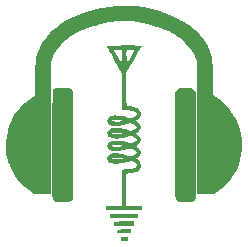
<source format=gbr>
G04 #@! TF.GenerationSoftware,KiCad,Pcbnew,8.0.1*
G04 #@! TF.CreationDate,2025-07-17T23:05:43+02:00*
G04 #@! TF.ProjectId,SDR_PreAmp_Filter_v1.1,5344525f-5072-4654-916d-705f46696c74,rev?*
G04 #@! TF.SameCoordinates,Original*
G04 #@! TF.FileFunction,Legend,Bot*
G04 #@! TF.FilePolarity,Positive*
%FSLAX46Y46*%
G04 Gerber Fmt 4.6, Leading zero omitted, Abs format (unit mm)*
G04 Created by KiCad (PCBNEW 8.0.1) date 2025-07-17 23:05:43*
%MOMM*%
%LPD*%
G01*
G04 APERTURE LIST*
%ADD10C,0.000000*%
%ADD11C,5.600000*%
%ADD12R,1.700000X1.700000*%
%ADD13O,1.700000X1.700000*%
%ADD14C,1.381000*%
%ADD15R,4.200000X1.350000*%
G04 APERTURE END LIST*
D10*
G36*
X127340928Y-138833042D02*
G01*
X127340928Y-138990806D01*
X127036669Y-138990806D01*
X126732410Y-138990806D01*
X126732410Y-138833042D01*
X126732410Y-138675278D01*
X127036669Y-138675278D01*
X127340928Y-138675278D01*
X127340928Y-138833042D01*
G37*
G36*
X127904371Y-137503317D02*
G01*
X127904371Y-137684148D01*
X127031034Y-137678249D01*
X126157698Y-137672349D01*
X126157698Y-137503317D01*
X126157698Y-137334284D01*
X127031034Y-137328385D01*
X127904371Y-137322486D01*
X127904371Y-137503317D01*
G37*
G36*
X127589039Y-138049462D02*
G01*
X127589929Y-138073443D01*
X127595148Y-138140522D01*
X127603447Y-138218889D01*
X127617659Y-138337212D01*
X127038821Y-138337212D01*
X126459982Y-138337212D01*
X126466604Y-138173813D01*
X126473226Y-138010415D01*
X127031034Y-138004387D01*
X127588843Y-137998359D01*
X127589039Y-138049462D01*
G37*
G36*
X128215482Y-136813393D02*
G01*
X128217257Y-136872053D01*
X128215814Y-136938732D01*
X128210477Y-136976994D01*
X128209900Y-136978143D01*
X128199002Y-136984945D01*
X128173316Y-136990576D01*
X128129476Y-136995107D01*
X128064119Y-136998611D01*
X127973879Y-137001158D01*
X127855391Y-137002821D01*
X127705291Y-137003671D01*
X127520212Y-137003779D01*
X127296792Y-137003216D01*
X127031664Y-137002056D01*
X125864708Y-136996218D01*
X125864708Y-136838454D01*
X125864708Y-136680690D01*
X127036669Y-136680690D01*
X128208630Y-136680690D01*
X128215482Y-136813393D01*
G37*
G36*
X132498468Y-126032746D02*
G01*
X132594087Y-126034786D01*
X132664467Y-126038864D01*
X132716585Y-126045638D01*
X132757420Y-126055765D01*
X132793951Y-126069904D01*
X132833156Y-126088712D01*
X132949138Y-126169451D01*
X133037517Y-126279154D01*
X133089546Y-126407649D01*
X133089576Y-126407782D01*
X133091648Y-126439666D01*
X133093653Y-126514535D01*
X133095581Y-126630329D01*
X133097424Y-126784987D01*
X133099173Y-126976450D01*
X133100817Y-127202656D01*
X133102349Y-127461545D01*
X133103759Y-127751057D01*
X133105037Y-128069131D01*
X133106176Y-128413706D01*
X133107165Y-128782723D01*
X133107995Y-129174120D01*
X133108658Y-129585837D01*
X133109144Y-130015814D01*
X133109444Y-130461990D01*
X133109549Y-130922305D01*
X133109550Y-131131827D01*
X133109532Y-131640398D01*
X133109474Y-132106522D01*
X133109357Y-132532094D01*
X133109163Y-132919007D01*
X133108875Y-133269153D01*
X133108476Y-133584428D01*
X133107949Y-133866723D01*
X133107274Y-134117933D01*
X133106436Y-134339951D01*
X133105415Y-134534670D01*
X133104196Y-134703984D01*
X133102760Y-134849785D01*
X133101089Y-134973969D01*
X133099167Y-135078428D01*
X133096976Y-135165055D01*
X133094497Y-135235743D01*
X133091714Y-135292388D01*
X133088609Y-135336881D01*
X133085164Y-135371116D01*
X133081362Y-135396986D01*
X133077185Y-135416386D01*
X133072616Y-135431208D01*
X133067638Y-135443346D01*
X133020663Y-135520266D01*
X132926513Y-135603078D01*
X132803033Y-135653406D01*
X132788246Y-135655991D01*
X132724154Y-135661557D01*
X132626142Y-135666010D01*
X132502087Y-135669126D01*
X132359865Y-135670679D01*
X132207354Y-135670444D01*
X131698536Y-135666493D01*
X131606294Y-135605401D01*
X131584996Y-135590335D01*
X131511328Y-135527292D01*
X131450703Y-135461256D01*
X131432220Y-135435976D01*
X131411064Y-135399426D01*
X131396542Y-135356678D01*
X131386572Y-135298020D01*
X131379070Y-135213742D01*
X131371953Y-135094131D01*
X131370328Y-135053597D01*
X131368090Y-134959871D01*
X131366024Y-134827807D01*
X131364130Y-134660097D01*
X131362405Y-134459430D01*
X131360847Y-134228498D01*
X131359456Y-133969992D01*
X131358230Y-133686602D01*
X131357168Y-133381018D01*
X131356267Y-133055932D01*
X131355527Y-132714035D01*
X131354946Y-132358017D01*
X131354522Y-131990568D01*
X131354254Y-131614381D01*
X131354141Y-131232144D01*
X131354181Y-130846550D01*
X131354372Y-130460288D01*
X131354713Y-130076050D01*
X131355202Y-129696526D01*
X131355839Y-129324407D01*
X131356621Y-128962383D01*
X131357547Y-128613146D01*
X131358615Y-128279387D01*
X131359824Y-127963795D01*
X131361173Y-127669062D01*
X131362660Y-127397878D01*
X131364283Y-127152934D01*
X131366041Y-126936921D01*
X131367932Y-126752530D01*
X131369956Y-126602451D01*
X131372110Y-126489375D01*
X131374393Y-126415993D01*
X131376804Y-126384996D01*
X131409827Y-126309639D01*
X131477886Y-126215717D01*
X131564552Y-126132271D01*
X131656899Y-126073670D01*
X131684148Y-126062607D01*
X131724198Y-126051439D01*
X131775893Y-126043349D01*
X131845917Y-126037854D01*
X131940956Y-126034472D01*
X132067696Y-126032720D01*
X132232820Y-126032117D01*
X132370630Y-126032086D01*
X132498468Y-126032746D01*
G37*
G36*
X121676007Y-126057063D02*
G01*
X121867192Y-126058866D01*
X121952130Y-126059704D01*
X122125979Y-126061589D01*
X122262093Y-126063643D01*
X122365651Y-126066292D01*
X122441830Y-126069961D01*
X122495809Y-126075075D01*
X122532764Y-126082059D01*
X122557875Y-126091338D01*
X122576318Y-126103338D01*
X122593273Y-126118484D01*
X122606230Y-126132536D01*
X122647368Y-126201138D01*
X122677456Y-126287181D01*
X122680663Y-126308790D01*
X122683864Y-126350478D01*
X122686800Y-126412714D01*
X122689482Y-126497030D01*
X122691918Y-126604959D01*
X122694117Y-126738034D01*
X122696090Y-126897788D01*
X122697846Y-127085755D01*
X122699394Y-127303467D01*
X122700743Y-127552457D01*
X122701903Y-127834259D01*
X122702884Y-128150404D01*
X122703694Y-128502427D01*
X122704343Y-128891861D01*
X122704841Y-129320237D01*
X122705197Y-129789090D01*
X122705421Y-130299952D01*
X122705521Y-130854356D01*
X122705540Y-131211711D01*
X122705530Y-131710855D01*
X122705460Y-132168055D01*
X122705315Y-132585188D01*
X122705079Y-132964133D01*
X122704736Y-133306767D01*
X122704269Y-133614969D01*
X122703664Y-133890616D01*
X122702904Y-134135586D01*
X122701973Y-134351757D01*
X122700856Y-134541007D01*
X122699536Y-134705215D01*
X122697999Y-134846257D01*
X122696226Y-134966011D01*
X122694204Y-135066357D01*
X122691916Y-135149171D01*
X122689346Y-135216331D01*
X122686479Y-135269716D01*
X122683298Y-135311203D01*
X122679787Y-135342670D01*
X122675931Y-135365996D01*
X122671714Y-135383057D01*
X122667120Y-135395733D01*
X122629911Y-135468689D01*
X122549254Y-135565656D01*
X122438976Y-135635931D01*
X122420263Y-135644202D01*
X122386528Y-135655656D01*
X122345200Y-135664034D01*
X122290034Y-135669698D01*
X122214785Y-135673006D01*
X122113205Y-135674319D01*
X121979051Y-135673997D01*
X121806077Y-135672399D01*
X121263328Y-135666493D01*
X121154524Y-135598880D01*
X121153330Y-135598136D01*
X121062034Y-135525100D01*
X120999748Y-135442358D01*
X120997102Y-135437195D01*
X120991920Y-135426125D01*
X120987173Y-135413078D01*
X120982844Y-135396182D01*
X120978917Y-135373562D01*
X120975376Y-135343344D01*
X120972204Y-135303655D01*
X120969385Y-135252620D01*
X120966904Y-135188367D01*
X120964743Y-135109020D01*
X120962886Y-135012706D01*
X120961317Y-134897551D01*
X120960021Y-134761682D01*
X120958980Y-134603223D01*
X120958178Y-134420302D01*
X120957599Y-134211045D01*
X120957227Y-133973577D01*
X120957046Y-133706025D01*
X120957039Y-133406515D01*
X120957190Y-133073173D01*
X120957482Y-132704125D01*
X120957900Y-132297497D01*
X120958428Y-131851416D01*
X120959048Y-131364006D01*
X120959745Y-130833396D01*
X120960381Y-130319498D01*
X120960939Y-129822248D01*
X120961447Y-129366490D01*
X120961965Y-128950389D01*
X120962556Y-128572109D01*
X120963283Y-128229815D01*
X120964206Y-127921671D01*
X120965389Y-127645844D01*
X120966892Y-127400497D01*
X120968779Y-127183795D01*
X120971111Y-126993903D01*
X120973951Y-126828986D01*
X120977359Y-126687208D01*
X120981400Y-126566735D01*
X120986133Y-126465730D01*
X120991622Y-126382360D01*
X120997928Y-126314788D01*
X121005113Y-126261179D01*
X121013241Y-126219699D01*
X121022371Y-126188511D01*
X121032567Y-126165781D01*
X121043891Y-126149673D01*
X121056405Y-126138353D01*
X121070170Y-126129985D01*
X121085248Y-126122733D01*
X121101703Y-126114763D01*
X121119595Y-126104239D01*
X121129123Y-126097936D01*
X121151733Y-126084430D01*
X121176748Y-126073970D01*
X121209501Y-126066233D01*
X121255325Y-126060895D01*
X121319554Y-126057633D01*
X121407521Y-126056123D01*
X121524561Y-126056041D01*
X121676007Y-126057063D01*
G37*
G36*
X127091175Y-119048570D02*
G01*
X127332904Y-119054073D01*
X127571018Y-119063211D01*
X127795505Y-119075741D01*
X127996354Y-119091425D01*
X128163554Y-119110021D01*
X128752617Y-119207570D01*
X129403116Y-119356952D01*
X130050304Y-119549948D01*
X130696833Y-119787266D01*
X130913125Y-119876223D01*
X131246599Y-120021614D01*
X131569160Y-120171997D01*
X131872610Y-120323369D01*
X132148748Y-120471732D01*
X132389375Y-120613083D01*
X132514079Y-120694624D01*
X132757941Y-120875616D01*
X133005091Y-121084781D01*
X133246106Y-121313441D01*
X133471563Y-121552918D01*
X133672040Y-121794532D01*
X133806446Y-121980547D01*
X133953750Y-122210810D01*
X134091044Y-122452493D01*
X134212679Y-122694960D01*
X134313007Y-122927575D01*
X134386380Y-123139701D01*
X134392096Y-123159201D01*
X134416268Y-123241308D01*
X134437075Y-123313562D01*
X134454787Y-123379887D01*
X134469674Y-123444206D01*
X134482007Y-123510442D01*
X134492056Y-123582519D01*
X134500091Y-123664360D01*
X134506384Y-123759888D01*
X134511204Y-123873027D01*
X134514821Y-124007699D01*
X134517507Y-124167829D01*
X134519531Y-124357338D01*
X134521164Y-124580152D01*
X134522676Y-124840192D01*
X134524338Y-125141382D01*
X134532877Y-126651409D01*
X134781084Y-126805906D01*
X135038984Y-126979102D01*
X135373990Y-127243636D01*
X135684781Y-127535467D01*
X135961474Y-127845889D01*
X136017317Y-127916205D01*
X136282625Y-128291823D01*
X136507912Y-128684686D01*
X136693125Y-129091975D01*
X136838213Y-129510876D01*
X136943124Y-129938571D01*
X137007803Y-130372245D01*
X137032199Y-130809080D01*
X137016262Y-131246261D01*
X136959937Y-131680971D01*
X136863171Y-132110393D01*
X136725914Y-132531712D01*
X136548112Y-132942110D01*
X136329713Y-133338772D01*
X136070665Y-133718881D01*
X136070584Y-133718987D01*
X135820898Y-134023449D01*
X135546350Y-134305234D01*
X135240255Y-134570643D01*
X134895929Y-134825977D01*
X134676953Y-134977120D01*
X133951113Y-134978107D01*
X133225274Y-134979093D01*
X133217827Y-129406644D01*
X133210381Y-123834195D01*
X133161754Y-123676431D01*
X133139051Y-123605302D01*
X133045238Y-123355770D01*
X132932012Y-123120359D01*
X132795087Y-122892435D01*
X132630173Y-122665362D01*
X132432983Y-122432508D01*
X132199229Y-122187238D01*
X132158207Y-122146406D01*
X131975639Y-121971328D01*
X131802207Y-121818163D01*
X131631285Y-121682867D01*
X131456253Y-121561394D01*
X131270485Y-121449701D01*
X131067361Y-121343743D01*
X130840257Y-121239474D01*
X130582549Y-121132851D01*
X130287615Y-121019829D01*
X129937340Y-120893631D01*
X129476320Y-120742377D01*
X129039143Y-120617862D01*
X128619568Y-120518822D01*
X128211354Y-120443992D01*
X127808259Y-120392108D01*
X127404041Y-120361905D01*
X126992461Y-120352119D01*
X126912887Y-120352453D01*
X126606443Y-120360818D01*
X126310883Y-120381467D01*
X126015873Y-120415783D01*
X125711080Y-120465148D01*
X125386171Y-120530945D01*
X125030813Y-120614556D01*
X124980661Y-120627336D01*
X124798266Y-120677800D01*
X124592036Y-120739868D01*
X124369443Y-120810905D01*
X124137958Y-120888275D01*
X123905055Y-120969340D01*
X123678206Y-121051465D01*
X123464882Y-121132013D01*
X123272556Y-121208348D01*
X123108701Y-121277834D01*
X122980788Y-121337834D01*
X122684150Y-121506982D01*
X122377674Y-121720372D01*
X122076037Y-121969020D01*
X121785382Y-122248250D01*
X121683789Y-122355824D01*
X121457607Y-122618229D01*
X121268903Y-122875340D01*
X121113816Y-123133310D01*
X120988485Y-123398290D01*
X120889051Y-123676431D01*
X120840763Y-123834195D01*
X120832993Y-129406644D01*
X120825222Y-134979093D01*
X120107636Y-134979093D01*
X119390049Y-134979093D01*
X119190378Y-134847603D01*
X118967130Y-134691916D01*
X118605220Y-134397632D01*
X118276618Y-134073870D01*
X117982536Y-133722001D01*
X117724188Y-133343397D01*
X117502787Y-132939430D01*
X117438332Y-132803073D01*
X117329415Y-132546496D01*
X117240901Y-132294870D01*
X117165886Y-132029552D01*
X117144391Y-131941237D01*
X117061874Y-131491020D01*
X117023109Y-131039483D01*
X117027246Y-130589567D01*
X117073434Y-130144212D01*
X117160826Y-129706358D01*
X117288571Y-129278947D01*
X117455819Y-128864918D01*
X117661723Y-128467211D01*
X117905431Y-128088769D01*
X118186094Y-127732530D01*
X118502864Y-127401436D01*
X118619574Y-127294647D01*
X118787209Y-127152293D01*
X118960596Y-127015897D01*
X119130664Y-126892261D01*
X119288341Y-126788184D01*
X119424557Y-126710467D01*
X119520342Y-126661762D01*
X119520342Y-125266512D01*
X119520344Y-125243423D01*
X119520819Y-124936894D01*
X119522096Y-124657525D01*
X119524135Y-124407874D01*
X119526898Y-124190501D01*
X119530344Y-124007965D01*
X119534437Y-123862824D01*
X119539135Y-123757638D01*
X119544399Y-123694965D01*
X119572373Y-123523529D01*
X119666473Y-123144996D01*
X119803799Y-122770222D01*
X119983079Y-122401656D01*
X120203039Y-122041745D01*
X120462406Y-121692939D01*
X120759908Y-121357686D01*
X120795532Y-121321095D01*
X121013874Y-121111295D01*
X121242734Y-120917001D01*
X121487783Y-120734468D01*
X121754688Y-120559949D01*
X122049119Y-120389698D01*
X122376745Y-120219969D01*
X122743235Y-120047014D01*
X122975688Y-119943923D01*
X123545197Y-119711998D01*
X124100833Y-119516596D01*
X124648898Y-119355981D01*
X125195693Y-119228422D01*
X125747522Y-119132182D01*
X126310686Y-119065530D01*
X126444402Y-119056266D01*
X126636913Y-119049426D01*
X126855841Y-119046941D01*
X127091175Y-119048570D01*
G37*
G36*
X128294507Y-122846342D02*
G01*
X128225354Y-122973445D01*
X128142450Y-123125510D01*
X128048752Y-123297114D01*
X127947220Y-123482836D01*
X127840813Y-123677252D01*
X127732492Y-123874939D01*
X127228239Y-124794654D01*
X127228239Y-126154471D01*
X127228131Y-126391850D01*
X127227923Y-126642697D01*
X127228000Y-126854451D01*
X127228751Y-127030397D01*
X127230570Y-127173821D01*
X127233846Y-127288005D01*
X127238971Y-127376237D01*
X127246336Y-127441800D01*
X127256333Y-127487979D01*
X127269352Y-127518059D01*
X127285785Y-127535325D01*
X127306024Y-127543062D01*
X127330458Y-127544554D01*
X127359480Y-127543087D01*
X127393481Y-127541945D01*
X127417443Y-127542574D01*
X127533311Y-127555041D01*
X127670963Y-127580650D01*
X127814726Y-127615692D01*
X127948925Y-127656456D01*
X128057889Y-127699231D01*
X128172008Y-127759614D01*
X128296199Y-127852911D01*
X128381081Y-127959999D01*
X128429742Y-128085135D01*
X128445276Y-128232574D01*
X128445166Y-128248064D01*
X128437236Y-128342375D01*
X128412788Y-128422210D01*
X128366235Y-128496897D01*
X128291992Y-128575766D01*
X128184474Y-128668146D01*
X128183952Y-128668569D01*
X128113182Y-128726615D01*
X128072873Y-128763611D01*
X128058501Y-128786851D01*
X128062799Y-128797094D01*
X128065539Y-128803625D01*
X128089461Y-128821228D01*
X128110260Y-128836058D01*
X128175490Y-128890348D01*
X128249213Y-128959381D01*
X128320616Y-129032297D01*
X128378885Y-129098237D01*
X128413205Y-129146341D01*
X128414911Y-129149691D01*
X128437020Y-129227037D01*
X128444154Y-129324873D01*
X128436297Y-129422350D01*
X128413437Y-129498624D01*
X128389518Y-129534301D01*
X128332985Y-129599483D01*
X128258647Y-129673895D01*
X128177030Y-129747164D01*
X128098659Y-129808913D01*
X128033764Y-129855459D01*
X128061420Y-129877187D01*
X128174529Y-129966050D01*
X128208579Y-129993388D01*
X128318754Y-130094764D01*
X128391986Y-130189619D01*
X128432689Y-130284820D01*
X128445276Y-130387231D01*
X128436398Y-130472604D01*
X128392851Y-130586331D01*
X128310436Y-130697737D01*
X128186319Y-130811462D01*
X128181676Y-130815175D01*
X128121306Y-130865082D01*
X128078532Y-130903388D01*
X128062353Y-130922065D01*
X128062406Y-130922142D01*
X128067406Y-130929450D01*
X128098676Y-130962072D01*
X128152165Y-131013411D01*
X128220486Y-131076267D01*
X128253663Y-131106991D01*
X128324347Y-131177469D01*
X128380501Y-131240180D01*
X128412236Y-131284390D01*
X128434622Y-131348491D01*
X128447048Y-131449231D01*
X128440960Y-131551260D01*
X128416123Y-131633494D01*
X128408075Y-131647385D01*
X128356550Y-131714531D01*
X128282273Y-131792559D01*
X128196855Y-131869954D01*
X128111906Y-131935204D01*
X128043505Y-131982024D01*
X128037720Y-131985984D01*
X128134444Y-132047442D01*
X128157651Y-132062911D01*
X128264574Y-132152565D01*
X128355641Y-132257606D01*
X128417445Y-132363079D01*
X128438670Y-132434469D01*
X128449874Y-132556847D01*
X128438622Y-132684440D01*
X128405458Y-132797566D01*
X128363684Y-132875351D01*
X128257812Y-132999146D01*
X128113920Y-133099630D01*
X127932522Y-133176556D01*
X127714128Y-133229673D01*
X127459251Y-133258733D01*
X127228239Y-133273077D01*
X127228239Y-134633183D01*
X127228239Y-135993290D01*
X127870564Y-135993290D01*
X128512889Y-135993290D01*
X128512889Y-136162323D01*
X128512889Y-136331356D01*
X127025400Y-136331356D01*
X125537911Y-136331356D01*
X125537911Y-136162323D01*
X125537911Y-135993290D01*
X126202773Y-135993290D01*
X126867636Y-135993290D01*
X126867636Y-134463034D01*
X126867636Y-132932779D01*
X127177529Y-132917654D01*
X127299280Y-132911008D01*
X127464428Y-132898430D01*
X127596954Y-132882484D01*
X127704544Y-132861892D01*
X127794882Y-132835377D01*
X127875655Y-132801663D01*
X127941452Y-132763779D01*
X128024364Y-132691546D01*
X128078838Y-132610384D01*
X128100160Y-132528198D01*
X128083615Y-132452894D01*
X128067561Y-132430475D01*
X128008230Y-132377955D01*
X127923896Y-132323440D01*
X127826809Y-132274351D01*
X127729216Y-132238114D01*
X127704993Y-132231173D01*
X127661395Y-132220820D01*
X127619713Y-132216848D01*
X127570825Y-132220202D01*
X127505612Y-132231828D01*
X127414954Y-132252671D01*
X127289731Y-132283676D01*
X126970750Y-132355814D01*
X126681710Y-132404459D01*
X126428195Y-132428018D01*
X126209264Y-132426534D01*
X126023974Y-132400052D01*
X125871383Y-132348613D01*
X125767451Y-132291340D01*
X125683026Y-132217203D01*
X125633040Y-132128339D01*
X125611773Y-132017449D01*
X125612238Y-131988497D01*
X125968416Y-131988497D01*
X125987347Y-132020259D01*
X126049269Y-132047626D01*
X126072605Y-132053080D01*
X126152396Y-132063488D01*
X126252779Y-132068541D01*
X126366458Y-132068787D01*
X126486135Y-132064776D01*
X126604516Y-132057056D01*
X126714305Y-132046175D01*
X126808204Y-132032683D01*
X126878918Y-132017128D01*
X126919150Y-132000059D01*
X126921606Y-131982024D01*
X126908978Y-131973975D01*
X126851832Y-131956944D01*
X126762741Y-131942240D01*
X126650819Y-131930393D01*
X126525183Y-131921932D01*
X126394947Y-131917384D01*
X126269226Y-131917278D01*
X126157135Y-131922144D01*
X126067790Y-131932509D01*
X126055817Y-131934826D01*
X125991548Y-131958099D01*
X125968416Y-131988497D01*
X125612238Y-131988497D01*
X125612953Y-131943910D01*
X125647319Y-131825407D01*
X125721986Y-131724843D01*
X125835695Y-131643672D01*
X125987186Y-131583352D01*
X126035139Y-131571151D01*
X126102160Y-131560533D01*
X126183113Y-131555612D01*
X126288316Y-131555859D01*
X126428088Y-131560744D01*
X126524702Y-131566151D01*
X126731777Y-131586907D01*
X126939020Y-131621725D01*
X127159593Y-131673062D01*
X127406659Y-131743373D01*
X127596347Y-131801144D01*
X127722187Y-131743564D01*
X127779888Y-131715917D01*
X127886400Y-131658434D01*
X127978932Y-131600483D01*
X128048294Y-131548049D01*
X128085299Y-131507115D01*
X128094915Y-131479407D01*
X128093515Y-131431208D01*
X128092273Y-131428522D01*
X128061579Y-131395169D01*
X128002356Y-131348466D01*
X127924852Y-131295147D01*
X127839313Y-131241947D01*
X127755986Y-131195597D01*
X127685117Y-131162833D01*
X127682883Y-131161968D01*
X127642450Y-131147498D01*
X127606371Y-131140236D01*
X127565121Y-131141268D01*
X127509175Y-131151679D01*
X127429009Y-131172552D01*
X127315099Y-131204974D01*
X127105012Y-131260530D01*
X126835685Y-131316340D01*
X126585622Y-131350232D01*
X126357796Y-131362387D01*
X126155178Y-131352986D01*
X125980741Y-131322211D01*
X125837456Y-131270245D01*
X125728297Y-131197269D01*
X125656234Y-131103466D01*
X125652340Y-131095573D01*
X125612523Y-130971337D01*
X125612527Y-130912725D01*
X125966618Y-130912725D01*
X125977417Y-130941457D01*
X126028106Y-130970397D01*
X126060107Y-130978420D01*
X126133414Y-130988555D01*
X126230175Y-130996809D01*
X126338000Y-131001922D01*
X126436796Y-131003388D01*
X126586214Y-130999704D01*
X126711435Y-130988990D01*
X126807285Y-130971993D01*
X126868589Y-130949461D01*
X126890174Y-130922142D01*
X126873404Y-130907429D01*
X126817926Y-130888772D01*
X126730143Y-130869384D01*
X126616763Y-130850718D01*
X126484495Y-130834228D01*
X126450310Y-130830994D01*
X126330223Y-130826118D01*
X126219038Y-130830696D01*
X126121920Y-130843186D01*
X126044035Y-130862049D01*
X125990546Y-130885742D01*
X125966618Y-130912725D01*
X125612527Y-130912725D01*
X125612532Y-130851472D01*
X125652454Y-130744183D01*
X125676704Y-130707053D01*
X125736307Y-130639025D01*
X125813226Y-130585045D01*
X125921052Y-130534504D01*
X125932045Y-130530059D01*
X125989366Y-130509849D01*
X126047587Y-130496604D01*
X126117743Y-130489033D01*
X126210869Y-130485847D01*
X126338000Y-130485756D01*
X126455002Y-130488338D01*
X126723348Y-130510038D01*
X126986769Y-130555999D01*
X127264458Y-130629192D01*
X127269842Y-130630811D01*
X127417151Y-130670726D01*
X127534470Y-130691122D01*
X127632037Y-130692139D01*
X127720091Y-130673915D01*
X127808870Y-130636591D01*
X127887843Y-130591790D01*
X127970173Y-130535678D01*
X128040241Y-130478938D01*
X128088952Y-130428988D01*
X128107210Y-130393247D01*
X128106428Y-130385923D01*
X128079637Y-130340579D01*
X128021620Y-130286852D01*
X127941812Y-130230340D01*
X127849651Y-130176643D01*
X127754570Y-130131356D01*
X127666006Y-130100079D01*
X127593394Y-130088410D01*
X127557965Y-130091258D01*
X127478273Y-130104665D01*
X127378274Y-130126559D01*
X127271589Y-130154157D01*
X126947452Y-130235030D01*
X126653173Y-130287402D01*
X126392761Y-130310158D01*
X126166242Y-130303297D01*
X125973644Y-130266818D01*
X125814996Y-130200720D01*
X125784893Y-130181919D01*
X125688476Y-130091859D01*
X125627070Y-129980027D01*
X125606009Y-129857261D01*
X125969506Y-129857261D01*
X125984791Y-129888004D01*
X126044286Y-129920527D01*
X126054739Y-129924381D01*
X126129396Y-129939455D01*
X126234594Y-129948289D01*
X126358627Y-129950872D01*
X126489787Y-129947196D01*
X126616370Y-129937252D01*
X126726668Y-129921032D01*
X126778022Y-129910526D01*
X126846796Y-129893111D01*
X126877419Y-129877187D01*
X126874187Y-129859619D01*
X126841394Y-129837271D01*
X126838546Y-129835840D01*
X126790151Y-129823821D01*
X126708007Y-129813692D01*
X126601946Y-129805702D01*
X126481802Y-129800097D01*
X126357405Y-129797124D01*
X126238588Y-129797030D01*
X126135185Y-129800062D01*
X126057025Y-129806466D01*
X126013943Y-129816491D01*
X125997753Y-129825973D01*
X125969506Y-129857261D01*
X125606009Y-129857261D01*
X125605524Y-129854435D01*
X125610880Y-129794330D01*
X125652543Y-129683947D01*
X125732620Y-129589110D01*
X125847685Y-129512437D01*
X125994310Y-129456543D01*
X126169069Y-129424047D01*
X126198350Y-129421438D01*
X126354136Y-129419157D01*
X126539029Y-129431477D01*
X126742491Y-129456871D01*
X126953981Y-129493815D01*
X127162961Y-129540784D01*
X127358892Y-129596251D01*
X127426387Y-129617323D01*
X127506533Y-129639481D01*
X127563107Y-129648985D01*
X127607696Y-129647420D01*
X127651882Y-129636374D01*
X127684994Y-129624699D01*
X127777427Y-129583067D01*
X127872740Y-129529750D01*
X127962153Y-129470825D01*
X128036888Y-129412369D01*
X128088166Y-129360459D01*
X128107210Y-129321172D01*
X128102977Y-129304856D01*
X128067570Y-129259614D01*
X128003909Y-129205836D01*
X127921317Y-129149172D01*
X127829113Y-129095268D01*
X127736619Y-129049773D01*
X127653156Y-129018334D01*
X127588045Y-129006600D01*
X127562926Y-129008720D01*
X127491942Y-129021913D01*
X127399243Y-129044509D01*
X127298351Y-129073388D01*
X127203372Y-129101913D01*
X127010115Y-129153458D01*
X126834045Y-129189297D01*
X126659056Y-129212389D01*
X126469036Y-129225692D01*
X126400679Y-129228195D01*
X126190087Y-129225147D01*
X126016355Y-129203233D01*
X125875897Y-129161493D01*
X125765127Y-129098967D01*
X125680458Y-129014696D01*
X125666226Y-128995354D01*
X125635525Y-128940800D01*
X125620996Y-128879749D01*
X125617445Y-128799207D01*
X125969873Y-128799207D01*
X126001043Y-128830836D01*
X126067790Y-128852828D01*
X126122418Y-128858742D01*
X126213684Y-128863396D01*
X126324944Y-128866048D01*
X126443195Y-128866643D01*
X126555435Y-128865126D01*
X126648661Y-128861442D01*
X126709872Y-128855536D01*
X126804584Y-128836660D01*
X126877355Y-128816104D01*
X126914626Y-128797094D01*
X126911746Y-128781338D01*
X126873301Y-128767503D01*
X126791000Y-128751276D01*
X126681562Y-128737540D01*
X126555116Y-128726809D01*
X126421792Y-128719596D01*
X126291719Y-128716417D01*
X126175026Y-128717784D01*
X126081843Y-128724211D01*
X126022299Y-128736213D01*
X125977020Y-128764963D01*
X125969873Y-128799207D01*
X125617445Y-128799207D01*
X125617174Y-128793064D01*
X125617533Y-128753959D01*
X125624307Y-128680931D01*
X125643935Y-128625506D01*
X125681995Y-128568345D01*
X125687841Y-128560943D01*
X125768277Y-128486744D01*
X125873566Y-128424842D01*
X125935368Y-128400970D01*
X126091522Y-128366610D01*
X126280071Y-128353024D01*
X126496014Y-128359939D01*
X126734351Y-128387079D01*
X126990082Y-128434169D01*
X127258204Y-128500934D01*
X127263862Y-128502519D01*
X127372728Y-128531873D01*
X127469192Y-128555888D01*
X127542969Y-128572126D01*
X127583771Y-128578145D01*
X127621363Y-128571331D01*
X127694669Y-128544330D01*
X127784047Y-128502479D01*
X127877560Y-128451913D01*
X127963271Y-128398768D01*
X128029245Y-128349178D01*
X128036496Y-128342765D01*
X128083023Y-128295480D01*
X128100861Y-128256282D01*
X128097673Y-128209534D01*
X128085339Y-128167226D01*
X128037208Y-128092302D01*
X127955296Y-128030938D01*
X127836003Y-127980832D01*
X127675729Y-127939681D01*
X127655650Y-127935730D01*
X127542203Y-127917468D01*
X127413117Y-127901560D01*
X127292588Y-127891075D01*
X127257522Y-127888829D01*
X127145756Y-127881026D01*
X127041468Y-127872914D01*
X126963421Y-127865927D01*
X126845098Y-127853933D01*
X126845098Y-126333969D01*
X126845098Y-124814006D01*
X126199946Y-123641406D01*
X126089746Y-123440446D01*
X125980589Y-123239994D01*
X125880397Y-123054576D01*
X125791014Y-122887676D01*
X125741375Y-122793936D01*
X126146429Y-122793936D01*
X126148146Y-122797740D01*
X126166916Y-122832674D01*
X126204204Y-122900027D01*
X126257296Y-122994957D01*
X126323480Y-123112626D01*
X126400045Y-123248193D01*
X126484277Y-123396819D01*
X126822125Y-123991959D01*
X126822343Y-123389075D01*
X126822439Y-123122702D01*
X127231953Y-123122702D01*
X127232262Y-123267055D01*
X127233483Y-123425630D01*
X127239508Y-124007984D01*
X127571939Y-123409698D01*
X127605135Y-123349892D01*
X127685428Y-123204689D01*
X127757117Y-123074276D01*
X127817530Y-122963568D01*
X127863992Y-122877477D01*
X127893830Y-122820917D01*
X127904371Y-122798802D01*
X127900323Y-122796825D01*
X127862186Y-122792630D01*
X127790287Y-122789256D01*
X127692543Y-122787008D01*
X127576867Y-122786191D01*
X127493073Y-122786545D01*
X127378312Y-122789048D01*
X127300883Y-122794304D01*
X127255884Y-122802729D01*
X127238410Y-122814734D01*
X127235979Y-122838261D01*
X127233862Y-122901976D01*
X127232503Y-122998899D01*
X127231953Y-123122702D01*
X126822439Y-123122702D01*
X126822561Y-122786191D01*
X126484495Y-122786191D01*
X126423928Y-122786317D01*
X126314208Y-122787253D01*
X126226191Y-122788953D01*
X126167668Y-122791241D01*
X126146429Y-122793936D01*
X125741375Y-122793936D01*
X125714283Y-122742775D01*
X125652048Y-122623358D01*
X125606153Y-122532906D01*
X125578441Y-122474903D01*
X125570756Y-122452831D01*
X125572771Y-122451972D01*
X125607864Y-122448297D01*
X125682108Y-122444822D01*
X125790676Y-122441576D01*
X125928740Y-122438590D01*
X126091472Y-122435892D01*
X126274045Y-122433513D01*
X126471631Y-122431480D01*
X126679402Y-122429825D01*
X126892530Y-122428575D01*
X127106187Y-122427762D01*
X127315547Y-122427413D01*
X127515780Y-122427559D01*
X127702060Y-122428229D01*
X127869558Y-122429452D01*
X128013447Y-122431259D01*
X128128899Y-122433677D01*
X128211086Y-122436737D01*
X128506532Y-122452403D01*
X128371639Y-122703814D01*
X128346946Y-122749625D01*
X128320283Y-122798802D01*
X128294507Y-122846342D01*
G37*
%LPC*%
D11*
X146050000Y-139700000D03*
D12*
X145330000Y-119075000D03*
D13*
X142790000Y-119075000D03*
X140250000Y-119075000D03*
X137710000Y-119075000D03*
D14*
X100076000Y-134620000D03*
X103276000Y-134620000D03*
X105476000Y-134620000D03*
X107676000Y-134620000D03*
X107676000Y-131420000D03*
X105476000Y-131420000D03*
X103276000Y-131420000D03*
X100076000Y-131420000D03*
D11*
X93345000Y-139700000D03*
D15*
X91998800Y-126232400D03*
X91998800Y-131882400D03*
D12*
X92175000Y-118975000D03*
D13*
X92175000Y-121515000D03*
D15*
X147193000Y-131699000D03*
X147193000Y-126049000D03*
D12*
X114526000Y-119024400D03*
D13*
X114526000Y-121564400D03*
%LPD*%
M02*

</source>
